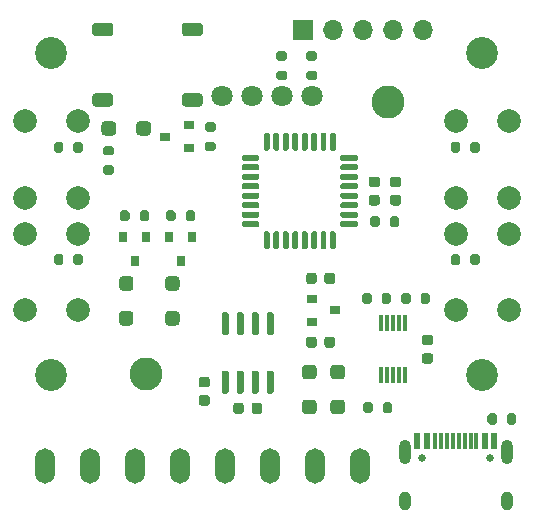
<source format=gbr>
%TF.GenerationSoftware,KiCad,Pcbnew,5.1.10*%
%TF.CreationDate,2021-05-04T11:05:08+02:00*%
%TF.ProjectId,Mainboard,4d61696e-626f-4617-9264-2e6b69636164,rev?*%
%TF.SameCoordinates,Original*%
%TF.FileFunction,Soldermask,Bot*%
%TF.FilePolarity,Negative*%
%FSLAX46Y46*%
G04 Gerber Fmt 4.6, Leading zero omitted, Abs format (unit mm)*
G04 Created by KiCad (PCBNEW 5.1.10) date 2021-05-04 11:05:08*
%MOMM*%
%LPD*%
G01*
G04 APERTURE LIST*
%ADD10R,0.300000X1.400000*%
%ADD11R,0.900000X0.800000*%
%ADD12C,2.000000*%
%ADD13R,0.800000X0.900000*%
%ADD14O,1.700000X3.000000*%
%ADD15O,1.700000X1.700000*%
%ADD16R,1.700000X1.700000*%
%ADD17R,0.600000X1.450000*%
%ADD18R,0.300000X1.450000*%
%ADD19O,1.000000X2.100000*%
%ADD20C,0.650000*%
%ADD21O,1.000000X1.600000*%
%ADD22C,2.800000*%
%ADD23C,1.800000*%
%ADD24C,2.700000*%
G04 APERTURE END LIST*
%TO.C,U4*%
G36*
G01*
X435000Y-5600000D02*
X135000Y-5600000D01*
G75*
G02*
X-15000Y-5450000I0J150000D01*
G01*
X-15000Y-3800000D01*
G75*
G02*
X135000Y-3650000I150000J0D01*
G01*
X435000Y-3650000D01*
G75*
G02*
X585000Y-3800000I0J-150000D01*
G01*
X585000Y-5450000D01*
G75*
G02*
X435000Y-5600000I-150000J0D01*
G01*
G37*
G36*
G01*
X-835000Y-5600000D02*
X-1135000Y-5600000D01*
G75*
G02*
X-1285000Y-5450000I0J150000D01*
G01*
X-1285000Y-3800000D01*
G75*
G02*
X-1135000Y-3650000I150000J0D01*
G01*
X-835000Y-3650000D01*
G75*
G02*
X-685000Y-3800000I0J-150000D01*
G01*
X-685000Y-5450000D01*
G75*
G02*
X-835000Y-5600000I-150000J0D01*
G01*
G37*
G36*
G01*
X-2105000Y-5600000D02*
X-2405000Y-5600000D01*
G75*
G02*
X-2555000Y-5450000I0J150000D01*
G01*
X-2555000Y-3800000D01*
G75*
G02*
X-2405000Y-3650000I150000J0D01*
G01*
X-2105000Y-3650000D01*
G75*
G02*
X-1955000Y-3800000I0J-150000D01*
G01*
X-1955000Y-5450000D01*
G75*
G02*
X-2105000Y-5600000I-150000J0D01*
G01*
G37*
G36*
G01*
X-3375000Y-5600000D02*
X-3675000Y-5600000D01*
G75*
G02*
X-3825000Y-5450000I0J150000D01*
G01*
X-3825000Y-3800000D01*
G75*
G02*
X-3675000Y-3650000I150000J0D01*
G01*
X-3375000Y-3650000D01*
G75*
G02*
X-3225000Y-3800000I0J-150000D01*
G01*
X-3225000Y-5450000D01*
G75*
G02*
X-3375000Y-5600000I-150000J0D01*
G01*
G37*
G36*
G01*
X-3375000Y-10550000D02*
X-3675000Y-10550000D01*
G75*
G02*
X-3825000Y-10400000I0J150000D01*
G01*
X-3825000Y-8750000D01*
G75*
G02*
X-3675000Y-8600000I150000J0D01*
G01*
X-3375000Y-8600000D01*
G75*
G02*
X-3225000Y-8750000I0J-150000D01*
G01*
X-3225000Y-10400000D01*
G75*
G02*
X-3375000Y-10550000I-150000J0D01*
G01*
G37*
G36*
G01*
X-2105000Y-10550000D02*
X-2405000Y-10550000D01*
G75*
G02*
X-2555000Y-10400000I0J150000D01*
G01*
X-2555000Y-8750000D01*
G75*
G02*
X-2405000Y-8600000I150000J0D01*
G01*
X-2105000Y-8600000D01*
G75*
G02*
X-1955000Y-8750000I0J-150000D01*
G01*
X-1955000Y-10400000D01*
G75*
G02*
X-2105000Y-10550000I-150000J0D01*
G01*
G37*
G36*
G01*
X-835000Y-10550000D02*
X-1135000Y-10550000D01*
G75*
G02*
X-1285000Y-10400000I0J150000D01*
G01*
X-1285000Y-8750000D01*
G75*
G02*
X-1135000Y-8600000I150000J0D01*
G01*
X-835000Y-8600000D01*
G75*
G02*
X-685000Y-8750000I0J-150000D01*
G01*
X-685000Y-10400000D01*
G75*
G02*
X-835000Y-10550000I-150000J0D01*
G01*
G37*
G36*
G01*
X435000Y-10550000D02*
X135000Y-10550000D01*
G75*
G02*
X-15000Y-10400000I0J150000D01*
G01*
X-15000Y-8750000D01*
G75*
G02*
X135000Y-8600000I150000J0D01*
G01*
X435000Y-8600000D01*
G75*
G02*
X585000Y-8750000I0J-150000D01*
G01*
X585000Y-10400000D01*
G75*
G02*
X435000Y-10550000I-150000J0D01*
G01*
G37*
%TD*%
%TO.C,U3*%
G36*
G01*
X5850000Y11400000D02*
X5850000Y10150000D01*
G75*
G02*
X5725000Y10025000I-125000J0D01*
G01*
X5475000Y10025000D01*
G75*
G02*
X5350000Y10150000I0J125000D01*
G01*
X5350000Y11400000D01*
G75*
G02*
X5475000Y11525000I125000J0D01*
G01*
X5725000Y11525000D01*
G75*
G02*
X5850000Y11400000I0J-125000D01*
G01*
G37*
G36*
G01*
X5050000Y11400000D02*
X5050000Y10150000D01*
G75*
G02*
X4925000Y10025000I-125000J0D01*
G01*
X4675000Y10025000D01*
G75*
G02*
X4550000Y10150000I0J125000D01*
G01*
X4550000Y11400000D01*
G75*
G02*
X4675000Y11525000I125000J0D01*
G01*
X4925000Y11525000D01*
G75*
G02*
X5050000Y11400000I0J-125000D01*
G01*
G37*
G36*
G01*
X4250000Y11400000D02*
X4250000Y10150000D01*
G75*
G02*
X4125000Y10025000I-125000J0D01*
G01*
X3875000Y10025000D01*
G75*
G02*
X3750000Y10150000I0J125000D01*
G01*
X3750000Y11400000D01*
G75*
G02*
X3875000Y11525000I125000J0D01*
G01*
X4125000Y11525000D01*
G75*
G02*
X4250000Y11400000I0J-125000D01*
G01*
G37*
G36*
G01*
X3450000Y11400000D02*
X3450000Y10150000D01*
G75*
G02*
X3325000Y10025000I-125000J0D01*
G01*
X3075000Y10025000D01*
G75*
G02*
X2950000Y10150000I0J125000D01*
G01*
X2950000Y11400000D01*
G75*
G02*
X3075000Y11525000I125000J0D01*
G01*
X3325000Y11525000D01*
G75*
G02*
X3450000Y11400000I0J-125000D01*
G01*
G37*
G36*
G01*
X2650000Y11400000D02*
X2650000Y10150000D01*
G75*
G02*
X2525000Y10025000I-125000J0D01*
G01*
X2275000Y10025000D01*
G75*
G02*
X2150000Y10150000I0J125000D01*
G01*
X2150000Y11400000D01*
G75*
G02*
X2275000Y11525000I125000J0D01*
G01*
X2525000Y11525000D01*
G75*
G02*
X2650000Y11400000I0J-125000D01*
G01*
G37*
G36*
G01*
X1850000Y11400000D02*
X1850000Y10150000D01*
G75*
G02*
X1725000Y10025000I-125000J0D01*
G01*
X1475000Y10025000D01*
G75*
G02*
X1350000Y10150000I0J125000D01*
G01*
X1350000Y11400000D01*
G75*
G02*
X1475000Y11525000I125000J0D01*
G01*
X1725000Y11525000D01*
G75*
G02*
X1850000Y11400000I0J-125000D01*
G01*
G37*
G36*
G01*
X1050000Y11400000D02*
X1050000Y10150000D01*
G75*
G02*
X925000Y10025000I-125000J0D01*
G01*
X675000Y10025000D01*
G75*
G02*
X550000Y10150000I0J125000D01*
G01*
X550000Y11400000D01*
G75*
G02*
X675000Y11525000I125000J0D01*
G01*
X925000Y11525000D01*
G75*
G02*
X1050000Y11400000I0J-125000D01*
G01*
G37*
G36*
G01*
X250000Y11400000D02*
X250000Y10150000D01*
G75*
G02*
X125000Y10025000I-125000J0D01*
G01*
X-125000Y10025000D01*
G75*
G02*
X-250000Y10150000I0J125000D01*
G01*
X-250000Y11400000D01*
G75*
G02*
X-125000Y11525000I125000J0D01*
G01*
X125000Y11525000D01*
G75*
G02*
X250000Y11400000I0J-125000D01*
G01*
G37*
G36*
G01*
X-625000Y9525000D02*
X-625000Y9275000D01*
G75*
G02*
X-750000Y9150000I-125000J0D01*
G01*
X-2000000Y9150000D01*
G75*
G02*
X-2125000Y9275000I0J125000D01*
G01*
X-2125000Y9525000D01*
G75*
G02*
X-2000000Y9650000I125000J0D01*
G01*
X-750000Y9650000D01*
G75*
G02*
X-625000Y9525000I0J-125000D01*
G01*
G37*
G36*
G01*
X-625000Y8725000D02*
X-625000Y8475000D01*
G75*
G02*
X-750000Y8350000I-125000J0D01*
G01*
X-2000000Y8350000D01*
G75*
G02*
X-2125000Y8475000I0J125000D01*
G01*
X-2125000Y8725000D01*
G75*
G02*
X-2000000Y8850000I125000J0D01*
G01*
X-750000Y8850000D01*
G75*
G02*
X-625000Y8725000I0J-125000D01*
G01*
G37*
G36*
G01*
X-625000Y7925000D02*
X-625000Y7675000D01*
G75*
G02*
X-750000Y7550000I-125000J0D01*
G01*
X-2000000Y7550000D01*
G75*
G02*
X-2125000Y7675000I0J125000D01*
G01*
X-2125000Y7925000D01*
G75*
G02*
X-2000000Y8050000I125000J0D01*
G01*
X-750000Y8050000D01*
G75*
G02*
X-625000Y7925000I0J-125000D01*
G01*
G37*
G36*
G01*
X-625000Y7125000D02*
X-625000Y6875000D01*
G75*
G02*
X-750000Y6750000I-125000J0D01*
G01*
X-2000000Y6750000D01*
G75*
G02*
X-2125000Y6875000I0J125000D01*
G01*
X-2125000Y7125000D01*
G75*
G02*
X-2000000Y7250000I125000J0D01*
G01*
X-750000Y7250000D01*
G75*
G02*
X-625000Y7125000I0J-125000D01*
G01*
G37*
G36*
G01*
X-625000Y6325000D02*
X-625000Y6075000D01*
G75*
G02*
X-750000Y5950000I-125000J0D01*
G01*
X-2000000Y5950000D01*
G75*
G02*
X-2125000Y6075000I0J125000D01*
G01*
X-2125000Y6325000D01*
G75*
G02*
X-2000000Y6450000I125000J0D01*
G01*
X-750000Y6450000D01*
G75*
G02*
X-625000Y6325000I0J-125000D01*
G01*
G37*
G36*
G01*
X-625000Y5525000D02*
X-625000Y5275000D01*
G75*
G02*
X-750000Y5150000I-125000J0D01*
G01*
X-2000000Y5150000D01*
G75*
G02*
X-2125000Y5275000I0J125000D01*
G01*
X-2125000Y5525000D01*
G75*
G02*
X-2000000Y5650000I125000J0D01*
G01*
X-750000Y5650000D01*
G75*
G02*
X-625000Y5525000I0J-125000D01*
G01*
G37*
G36*
G01*
X-625000Y4725000D02*
X-625000Y4475000D01*
G75*
G02*
X-750000Y4350000I-125000J0D01*
G01*
X-2000000Y4350000D01*
G75*
G02*
X-2125000Y4475000I0J125000D01*
G01*
X-2125000Y4725000D01*
G75*
G02*
X-2000000Y4850000I125000J0D01*
G01*
X-750000Y4850000D01*
G75*
G02*
X-625000Y4725000I0J-125000D01*
G01*
G37*
G36*
G01*
X-625000Y3925000D02*
X-625000Y3675000D01*
G75*
G02*
X-750000Y3550000I-125000J0D01*
G01*
X-2000000Y3550000D01*
G75*
G02*
X-2125000Y3675000I0J125000D01*
G01*
X-2125000Y3925000D01*
G75*
G02*
X-2000000Y4050000I125000J0D01*
G01*
X-750000Y4050000D01*
G75*
G02*
X-625000Y3925000I0J-125000D01*
G01*
G37*
G36*
G01*
X250000Y3050000D02*
X250000Y1800000D01*
G75*
G02*
X125000Y1675000I-125000J0D01*
G01*
X-125000Y1675000D01*
G75*
G02*
X-250000Y1800000I0J125000D01*
G01*
X-250000Y3050000D01*
G75*
G02*
X-125000Y3175000I125000J0D01*
G01*
X125000Y3175000D01*
G75*
G02*
X250000Y3050000I0J-125000D01*
G01*
G37*
G36*
G01*
X1050000Y3050000D02*
X1050000Y1800000D01*
G75*
G02*
X925000Y1675000I-125000J0D01*
G01*
X675000Y1675000D01*
G75*
G02*
X550000Y1800000I0J125000D01*
G01*
X550000Y3050000D01*
G75*
G02*
X675000Y3175000I125000J0D01*
G01*
X925000Y3175000D01*
G75*
G02*
X1050000Y3050000I0J-125000D01*
G01*
G37*
G36*
G01*
X1850000Y3050000D02*
X1850000Y1800000D01*
G75*
G02*
X1725000Y1675000I-125000J0D01*
G01*
X1475000Y1675000D01*
G75*
G02*
X1350000Y1800000I0J125000D01*
G01*
X1350000Y3050000D01*
G75*
G02*
X1475000Y3175000I125000J0D01*
G01*
X1725000Y3175000D01*
G75*
G02*
X1850000Y3050000I0J-125000D01*
G01*
G37*
G36*
G01*
X2650000Y3050000D02*
X2650000Y1800000D01*
G75*
G02*
X2525000Y1675000I-125000J0D01*
G01*
X2275000Y1675000D01*
G75*
G02*
X2150000Y1800000I0J125000D01*
G01*
X2150000Y3050000D01*
G75*
G02*
X2275000Y3175000I125000J0D01*
G01*
X2525000Y3175000D01*
G75*
G02*
X2650000Y3050000I0J-125000D01*
G01*
G37*
G36*
G01*
X3450000Y3050000D02*
X3450000Y1800000D01*
G75*
G02*
X3325000Y1675000I-125000J0D01*
G01*
X3075000Y1675000D01*
G75*
G02*
X2950000Y1800000I0J125000D01*
G01*
X2950000Y3050000D01*
G75*
G02*
X3075000Y3175000I125000J0D01*
G01*
X3325000Y3175000D01*
G75*
G02*
X3450000Y3050000I0J-125000D01*
G01*
G37*
G36*
G01*
X4250000Y3050000D02*
X4250000Y1800000D01*
G75*
G02*
X4125000Y1675000I-125000J0D01*
G01*
X3875000Y1675000D01*
G75*
G02*
X3750000Y1800000I0J125000D01*
G01*
X3750000Y3050000D01*
G75*
G02*
X3875000Y3175000I125000J0D01*
G01*
X4125000Y3175000D01*
G75*
G02*
X4250000Y3050000I0J-125000D01*
G01*
G37*
G36*
G01*
X5050000Y3050000D02*
X5050000Y1800000D01*
G75*
G02*
X4925000Y1675000I-125000J0D01*
G01*
X4675000Y1675000D01*
G75*
G02*
X4550000Y1800000I0J125000D01*
G01*
X4550000Y3050000D01*
G75*
G02*
X4675000Y3175000I125000J0D01*
G01*
X4925000Y3175000D01*
G75*
G02*
X5050000Y3050000I0J-125000D01*
G01*
G37*
G36*
G01*
X5850000Y3050000D02*
X5850000Y1800000D01*
G75*
G02*
X5725000Y1675000I-125000J0D01*
G01*
X5475000Y1675000D01*
G75*
G02*
X5350000Y1800000I0J125000D01*
G01*
X5350000Y3050000D01*
G75*
G02*
X5475000Y3175000I125000J0D01*
G01*
X5725000Y3175000D01*
G75*
G02*
X5850000Y3050000I0J-125000D01*
G01*
G37*
G36*
G01*
X7725000Y3925000D02*
X7725000Y3675000D01*
G75*
G02*
X7600000Y3550000I-125000J0D01*
G01*
X6350000Y3550000D01*
G75*
G02*
X6225000Y3675000I0J125000D01*
G01*
X6225000Y3925000D01*
G75*
G02*
X6350000Y4050000I125000J0D01*
G01*
X7600000Y4050000D01*
G75*
G02*
X7725000Y3925000I0J-125000D01*
G01*
G37*
G36*
G01*
X7725000Y4725000D02*
X7725000Y4475000D01*
G75*
G02*
X7600000Y4350000I-125000J0D01*
G01*
X6350000Y4350000D01*
G75*
G02*
X6225000Y4475000I0J125000D01*
G01*
X6225000Y4725000D01*
G75*
G02*
X6350000Y4850000I125000J0D01*
G01*
X7600000Y4850000D01*
G75*
G02*
X7725000Y4725000I0J-125000D01*
G01*
G37*
G36*
G01*
X7725000Y5525000D02*
X7725000Y5275000D01*
G75*
G02*
X7600000Y5150000I-125000J0D01*
G01*
X6350000Y5150000D01*
G75*
G02*
X6225000Y5275000I0J125000D01*
G01*
X6225000Y5525000D01*
G75*
G02*
X6350000Y5650000I125000J0D01*
G01*
X7600000Y5650000D01*
G75*
G02*
X7725000Y5525000I0J-125000D01*
G01*
G37*
G36*
G01*
X7725000Y6325000D02*
X7725000Y6075000D01*
G75*
G02*
X7600000Y5950000I-125000J0D01*
G01*
X6350000Y5950000D01*
G75*
G02*
X6225000Y6075000I0J125000D01*
G01*
X6225000Y6325000D01*
G75*
G02*
X6350000Y6450000I125000J0D01*
G01*
X7600000Y6450000D01*
G75*
G02*
X7725000Y6325000I0J-125000D01*
G01*
G37*
G36*
G01*
X7725000Y7125000D02*
X7725000Y6875000D01*
G75*
G02*
X7600000Y6750000I-125000J0D01*
G01*
X6350000Y6750000D01*
G75*
G02*
X6225000Y6875000I0J125000D01*
G01*
X6225000Y7125000D01*
G75*
G02*
X6350000Y7250000I125000J0D01*
G01*
X7600000Y7250000D01*
G75*
G02*
X7725000Y7125000I0J-125000D01*
G01*
G37*
G36*
G01*
X7725000Y7925000D02*
X7725000Y7675000D01*
G75*
G02*
X7600000Y7550000I-125000J0D01*
G01*
X6350000Y7550000D01*
G75*
G02*
X6225000Y7675000I0J125000D01*
G01*
X6225000Y7925000D01*
G75*
G02*
X6350000Y8050000I125000J0D01*
G01*
X7600000Y8050000D01*
G75*
G02*
X7725000Y7925000I0J-125000D01*
G01*
G37*
G36*
G01*
X7725000Y8725000D02*
X7725000Y8475000D01*
G75*
G02*
X7600000Y8350000I-125000J0D01*
G01*
X6350000Y8350000D01*
G75*
G02*
X6225000Y8475000I0J125000D01*
G01*
X6225000Y8725000D01*
G75*
G02*
X6350000Y8850000I125000J0D01*
G01*
X7600000Y8850000D01*
G75*
G02*
X7725000Y8725000I0J-125000D01*
G01*
G37*
G36*
G01*
X7725000Y9525000D02*
X7725000Y9275000D01*
G75*
G02*
X7600000Y9150000I-125000J0D01*
G01*
X6350000Y9150000D01*
G75*
G02*
X6225000Y9275000I0J125000D01*
G01*
X6225000Y9525000D01*
G75*
G02*
X6350000Y9650000I125000J0D01*
G01*
X7600000Y9650000D01*
G75*
G02*
X7725000Y9525000I0J-125000D01*
G01*
G37*
%TD*%
D10*
%TO.C,U2*%
X11700000Y-4600000D03*
X11200000Y-4600000D03*
X10700000Y-4600000D03*
X10200000Y-4600000D03*
X9700000Y-4600000D03*
X9700000Y-9000000D03*
X10200000Y-9000000D03*
X10700000Y-9000000D03*
X11200000Y-9000000D03*
X11700000Y-9000000D03*
%TD*%
D11*
%TO.C,U1*%
X5800000Y-3500000D03*
X3800000Y-2550000D03*
X3800000Y-4450000D03*
%TD*%
D12*
%TO.C,SW4*%
X20500000Y-3500000D03*
X16000000Y-3500000D03*
X20500000Y3000000D03*
X16000000Y3000000D03*
%TD*%
%TO.C,SW3*%
X16000000Y12500000D03*
X20500000Y12500000D03*
X16000000Y6000000D03*
X20500000Y6000000D03*
%TD*%
%TO.C,SW2*%
X-16000000Y-3500000D03*
X-20500000Y-3500000D03*
X-16000000Y3000000D03*
X-20500000Y3000000D03*
%TD*%
%TO.C,SW1*%
X-20500000Y12500000D03*
X-16000000Y12500000D03*
X-20500000Y6000000D03*
X-16000000Y6000000D03*
%TD*%
%TO.C,R15*%
G36*
G01*
X-13125000Y9625000D02*
X-13675000Y9625000D01*
G75*
G02*
X-13875000Y9825000I0J200000D01*
G01*
X-13875000Y10225000D01*
G75*
G02*
X-13675000Y10425000I200000J0D01*
G01*
X-13125000Y10425000D01*
G75*
G02*
X-12925000Y10225000I0J-200000D01*
G01*
X-12925000Y9825000D01*
G75*
G02*
X-13125000Y9625000I-200000J0D01*
G01*
G37*
G36*
G01*
X-13125000Y7975000D02*
X-13675000Y7975000D01*
G75*
G02*
X-13875000Y8175000I0J200000D01*
G01*
X-13875000Y8575000D01*
G75*
G02*
X-13675000Y8775000I200000J0D01*
G01*
X-13125000Y8775000D01*
G75*
G02*
X-12925000Y8575000I0J-200000D01*
G01*
X-12925000Y8175000D01*
G75*
G02*
X-13125000Y7975000I-200000J0D01*
G01*
G37*
%TD*%
%TO.C,R14*%
G36*
G01*
X-5075000Y10775000D02*
X-4525000Y10775000D01*
G75*
G02*
X-4325000Y10575000I0J-200000D01*
G01*
X-4325000Y10175000D01*
G75*
G02*
X-4525000Y9975000I-200000J0D01*
G01*
X-5075000Y9975000D01*
G75*
G02*
X-5275000Y10175000I0J200000D01*
G01*
X-5275000Y10575000D01*
G75*
G02*
X-5075000Y10775000I200000J0D01*
G01*
G37*
G36*
G01*
X-5075000Y12425000D02*
X-4525000Y12425000D01*
G75*
G02*
X-4325000Y12225000I0J-200000D01*
G01*
X-4325000Y11825000D01*
G75*
G02*
X-4525000Y11625000I-200000J0D01*
G01*
X-5075000Y11625000D01*
G75*
G02*
X-5275000Y11825000I0J200000D01*
G01*
X-5275000Y12225000D01*
G75*
G02*
X-5075000Y12425000I200000J0D01*
G01*
G37*
%TD*%
%TO.C,R13*%
G36*
G01*
X-10775000Y4225000D02*
X-10775000Y4775000D01*
G75*
G02*
X-10575000Y4975000I200000J0D01*
G01*
X-10175000Y4975000D01*
G75*
G02*
X-9975000Y4775000I0J-200000D01*
G01*
X-9975000Y4225000D01*
G75*
G02*
X-10175000Y4025000I-200000J0D01*
G01*
X-10575000Y4025000D01*
G75*
G02*
X-10775000Y4225000I0J200000D01*
G01*
G37*
G36*
G01*
X-12425000Y4225000D02*
X-12425000Y4775000D01*
G75*
G02*
X-12225000Y4975000I200000J0D01*
G01*
X-11825000Y4975000D01*
G75*
G02*
X-11625000Y4775000I0J-200000D01*
G01*
X-11625000Y4225000D01*
G75*
G02*
X-11825000Y4025000I-200000J0D01*
G01*
X-12225000Y4025000D01*
G75*
G02*
X-12425000Y4225000I0J200000D01*
G01*
G37*
%TD*%
%TO.C,R12*%
G36*
G01*
X-6875000Y4225000D02*
X-6875000Y4775000D01*
G75*
G02*
X-6675000Y4975000I200000J0D01*
G01*
X-6275000Y4975000D01*
G75*
G02*
X-6075000Y4775000I0J-200000D01*
G01*
X-6075000Y4225000D01*
G75*
G02*
X-6275000Y4025000I-200000J0D01*
G01*
X-6675000Y4025000D01*
G75*
G02*
X-6875000Y4225000I0J200000D01*
G01*
G37*
G36*
G01*
X-8525000Y4225000D02*
X-8525000Y4775000D01*
G75*
G02*
X-8325000Y4975000I200000J0D01*
G01*
X-7925000Y4975000D01*
G75*
G02*
X-7725000Y4775000I0J-200000D01*
G01*
X-7725000Y4225000D01*
G75*
G02*
X-7925000Y4025000I-200000J0D01*
G01*
X-8325000Y4025000D01*
G75*
G02*
X-8525000Y4225000I0J200000D01*
G01*
G37*
%TD*%
%TO.C,R11*%
G36*
G01*
X9725000Y-2775000D02*
X9725000Y-2225000D01*
G75*
G02*
X9925000Y-2025000I200000J0D01*
G01*
X10325000Y-2025000D01*
G75*
G02*
X10525000Y-2225000I0J-200000D01*
G01*
X10525000Y-2775000D01*
G75*
G02*
X10325000Y-2975000I-200000J0D01*
G01*
X9925000Y-2975000D01*
G75*
G02*
X9725000Y-2775000I0J200000D01*
G01*
G37*
G36*
G01*
X8075000Y-2775000D02*
X8075000Y-2225000D01*
G75*
G02*
X8275000Y-2025000I200000J0D01*
G01*
X8675000Y-2025000D01*
G75*
G02*
X8875000Y-2225000I0J-200000D01*
G01*
X8875000Y-2775000D01*
G75*
G02*
X8675000Y-2975000I-200000J0D01*
G01*
X8275000Y-2975000D01*
G75*
G02*
X8075000Y-2775000I0J200000D01*
G01*
G37*
%TD*%
%TO.C,R10*%
G36*
G01*
X12175000Y-2225000D02*
X12175000Y-2775000D01*
G75*
G02*
X11975000Y-2975000I-200000J0D01*
G01*
X11575000Y-2975000D01*
G75*
G02*
X11375000Y-2775000I0J200000D01*
G01*
X11375000Y-2225000D01*
G75*
G02*
X11575000Y-2025000I200000J0D01*
G01*
X11975000Y-2025000D01*
G75*
G02*
X12175000Y-2225000I0J-200000D01*
G01*
G37*
G36*
G01*
X13825000Y-2225000D02*
X13825000Y-2775000D01*
G75*
G02*
X13625000Y-2975000I-200000J0D01*
G01*
X13225000Y-2975000D01*
G75*
G02*
X13025000Y-2775000I0J200000D01*
G01*
X13025000Y-2225000D01*
G75*
G02*
X13225000Y-2025000I200000J0D01*
G01*
X13625000Y-2025000D01*
G75*
G02*
X13825000Y-2225000I0J-200000D01*
G01*
G37*
%TD*%
%TO.C,R9*%
G36*
G01*
X10425000Y3725000D02*
X10425000Y4275000D01*
G75*
G02*
X10625000Y4475000I200000J0D01*
G01*
X11025000Y4475000D01*
G75*
G02*
X11225000Y4275000I0J-200000D01*
G01*
X11225000Y3725000D01*
G75*
G02*
X11025000Y3525000I-200000J0D01*
G01*
X10625000Y3525000D01*
G75*
G02*
X10425000Y3725000I0J200000D01*
G01*
G37*
G36*
G01*
X8775000Y3725000D02*
X8775000Y4275000D01*
G75*
G02*
X8975000Y4475000I200000J0D01*
G01*
X9375000Y4475000D01*
G75*
G02*
X9575000Y4275000I0J-200000D01*
G01*
X9575000Y3725000D01*
G75*
G02*
X9375000Y3525000I-200000J0D01*
G01*
X8975000Y3525000D01*
G75*
G02*
X8775000Y3725000I0J200000D01*
G01*
G37*
%TD*%
%TO.C,R8*%
G36*
G01*
X17225000Y525000D02*
X17225000Y1075000D01*
G75*
G02*
X17425000Y1275000I200000J0D01*
G01*
X17825000Y1275000D01*
G75*
G02*
X18025000Y1075000I0J-200000D01*
G01*
X18025000Y525000D01*
G75*
G02*
X17825000Y325000I-200000J0D01*
G01*
X17425000Y325000D01*
G75*
G02*
X17225000Y525000I0J200000D01*
G01*
G37*
G36*
G01*
X15575000Y525000D02*
X15575000Y1075000D01*
G75*
G02*
X15775000Y1275000I200000J0D01*
G01*
X16175000Y1275000D01*
G75*
G02*
X16375000Y1075000I0J-200000D01*
G01*
X16375000Y525000D01*
G75*
G02*
X16175000Y325000I-200000J0D01*
G01*
X15775000Y325000D01*
G75*
G02*
X15575000Y525000I0J200000D01*
G01*
G37*
%TD*%
%TO.C,R7*%
G36*
G01*
X20325000Y-12975000D02*
X20325000Y-12425000D01*
G75*
G02*
X20525000Y-12225000I200000J0D01*
G01*
X20925000Y-12225000D01*
G75*
G02*
X21125000Y-12425000I0J-200000D01*
G01*
X21125000Y-12975000D01*
G75*
G02*
X20925000Y-13175000I-200000J0D01*
G01*
X20525000Y-13175000D01*
G75*
G02*
X20325000Y-12975000I0J200000D01*
G01*
G37*
G36*
G01*
X18675000Y-12975000D02*
X18675000Y-12425000D01*
G75*
G02*
X18875000Y-12225000I200000J0D01*
G01*
X19275000Y-12225000D01*
G75*
G02*
X19475000Y-12425000I0J-200000D01*
G01*
X19475000Y-12975000D01*
G75*
G02*
X19275000Y-13175000I-200000J0D01*
G01*
X18875000Y-13175000D01*
G75*
G02*
X18675000Y-12975000I0J200000D01*
G01*
G37*
%TD*%
%TO.C,R6*%
G36*
G01*
X3525000Y16775000D02*
X4075000Y16775000D01*
G75*
G02*
X4275000Y16575000I0J-200000D01*
G01*
X4275000Y16175000D01*
G75*
G02*
X4075000Y15975000I-200000J0D01*
G01*
X3525000Y15975000D01*
G75*
G02*
X3325000Y16175000I0J200000D01*
G01*
X3325000Y16575000D01*
G75*
G02*
X3525000Y16775000I200000J0D01*
G01*
G37*
G36*
G01*
X3525000Y18425000D02*
X4075000Y18425000D01*
G75*
G02*
X4275000Y18225000I0J-200000D01*
G01*
X4275000Y17825000D01*
G75*
G02*
X4075000Y17625000I-200000J0D01*
G01*
X3525000Y17625000D01*
G75*
G02*
X3325000Y17825000I0J200000D01*
G01*
X3325000Y18225000D01*
G75*
G02*
X3525000Y18425000I200000J0D01*
G01*
G37*
%TD*%
%TO.C,R5*%
G36*
G01*
X8975000Y-11475000D02*
X8975000Y-12025000D01*
G75*
G02*
X8775000Y-12225000I-200000J0D01*
G01*
X8375000Y-12225000D01*
G75*
G02*
X8175000Y-12025000I0J200000D01*
G01*
X8175000Y-11475000D01*
G75*
G02*
X8375000Y-11275000I200000J0D01*
G01*
X8775000Y-11275000D01*
G75*
G02*
X8975000Y-11475000I0J-200000D01*
G01*
G37*
G36*
G01*
X10625000Y-11475000D02*
X10625000Y-12025000D01*
G75*
G02*
X10425000Y-12225000I-200000J0D01*
G01*
X10025000Y-12225000D01*
G75*
G02*
X9825000Y-12025000I0J200000D01*
G01*
X9825000Y-11475000D01*
G75*
G02*
X10025000Y-11275000I200000J0D01*
G01*
X10425000Y-11275000D01*
G75*
G02*
X10625000Y-11475000I0J-200000D01*
G01*
G37*
%TD*%
%TO.C,R4*%
G36*
G01*
X17225000Y10025000D02*
X17225000Y10575000D01*
G75*
G02*
X17425000Y10775000I200000J0D01*
G01*
X17825000Y10775000D01*
G75*
G02*
X18025000Y10575000I0J-200000D01*
G01*
X18025000Y10025000D01*
G75*
G02*
X17825000Y9825000I-200000J0D01*
G01*
X17425000Y9825000D01*
G75*
G02*
X17225000Y10025000I0J200000D01*
G01*
G37*
G36*
G01*
X15575000Y10025000D02*
X15575000Y10575000D01*
G75*
G02*
X15775000Y10775000I200000J0D01*
G01*
X16175000Y10775000D01*
G75*
G02*
X16375000Y10575000I0J-200000D01*
G01*
X16375000Y10025000D01*
G75*
G02*
X16175000Y9825000I-200000J0D01*
G01*
X15775000Y9825000D01*
G75*
G02*
X15575000Y10025000I0J200000D01*
G01*
G37*
%TD*%
%TO.C,R3*%
G36*
G01*
X985000Y16775000D02*
X1535000Y16775000D01*
G75*
G02*
X1735000Y16575000I0J-200000D01*
G01*
X1735000Y16175000D01*
G75*
G02*
X1535000Y15975000I-200000J0D01*
G01*
X985000Y15975000D01*
G75*
G02*
X785000Y16175000I0J200000D01*
G01*
X785000Y16575000D01*
G75*
G02*
X985000Y16775000I200000J0D01*
G01*
G37*
G36*
G01*
X985000Y18425000D02*
X1535000Y18425000D01*
G75*
G02*
X1735000Y18225000I0J-200000D01*
G01*
X1735000Y17825000D01*
G75*
G02*
X1535000Y17625000I-200000J0D01*
G01*
X985000Y17625000D01*
G75*
G02*
X785000Y17825000I0J200000D01*
G01*
X785000Y18225000D01*
G75*
G02*
X985000Y18425000I200000J0D01*
G01*
G37*
%TD*%
%TO.C,R2*%
G36*
G01*
X-17225000Y1075000D02*
X-17225000Y525000D01*
G75*
G02*
X-17425000Y325000I-200000J0D01*
G01*
X-17825000Y325000D01*
G75*
G02*
X-18025000Y525000I0J200000D01*
G01*
X-18025000Y1075000D01*
G75*
G02*
X-17825000Y1275000I200000J0D01*
G01*
X-17425000Y1275000D01*
G75*
G02*
X-17225000Y1075000I0J-200000D01*
G01*
G37*
G36*
G01*
X-15575000Y1075000D02*
X-15575000Y525000D01*
G75*
G02*
X-15775000Y325000I-200000J0D01*
G01*
X-16175000Y325000D01*
G75*
G02*
X-16375000Y525000I0J200000D01*
G01*
X-16375000Y1075000D01*
G75*
G02*
X-16175000Y1275000I200000J0D01*
G01*
X-15775000Y1275000D01*
G75*
G02*
X-15575000Y1075000I0J-200000D01*
G01*
G37*
%TD*%
%TO.C,R1*%
G36*
G01*
X-17225000Y10575000D02*
X-17225000Y10025000D01*
G75*
G02*
X-17425000Y9825000I-200000J0D01*
G01*
X-17825000Y9825000D01*
G75*
G02*
X-18025000Y10025000I0J200000D01*
G01*
X-18025000Y10575000D01*
G75*
G02*
X-17825000Y10775000I200000J0D01*
G01*
X-17425000Y10775000D01*
G75*
G02*
X-17225000Y10575000I0J-200000D01*
G01*
G37*
G36*
G01*
X-15575000Y10575000D02*
X-15575000Y10025000D01*
G75*
G02*
X-15775000Y9825000I-200000J0D01*
G01*
X-16175000Y9825000D01*
G75*
G02*
X-16375000Y10025000I0J200000D01*
G01*
X-16375000Y10575000D01*
G75*
G02*
X-16175000Y10775000I200000J0D01*
G01*
X-15775000Y10775000D01*
G75*
G02*
X-15575000Y10575000I0J-200000D01*
G01*
G37*
%TD*%
D11*
%TO.C,Q3*%
X-8600000Y11200000D03*
X-6600000Y10250000D03*
X-6600000Y12150000D03*
%TD*%
D13*
%TO.C,Q2*%
X-11200000Y700000D03*
X-10250000Y2700000D03*
X-12150000Y2700000D03*
%TD*%
%TO.C,Q1*%
X-7300000Y700000D03*
X-6350000Y2700000D03*
X-8250000Y2700000D03*
%TD*%
D14*
%TO.C,J6*%
X-18765000Y-16700000D03*
X-14955000Y-16700000D03*
%TD*%
%TO.C,J5*%
X-11145000Y-16700000D03*
X-7335000Y-16700000D03*
%TD*%
%TO.C,J4*%
X-3525000Y-16700000D03*
X285000Y-16700000D03*
%TD*%
D15*
%TO.C,J3*%
X13260000Y20200000D03*
X10720000Y20200000D03*
X8180000Y20200000D03*
X5640000Y20200000D03*
D16*
X3100000Y20200000D03*
%TD*%
D17*
%TO.C,J2*%
X12750000Y-14555000D03*
X13550000Y-14555000D03*
X18450000Y-14555000D03*
X19250000Y-14555000D03*
X19250000Y-14555000D03*
X18450000Y-14555000D03*
X13550000Y-14555000D03*
X12750000Y-14555000D03*
D18*
X17750000Y-14555000D03*
X17250000Y-14555000D03*
X16750000Y-14555000D03*
X15750000Y-14555000D03*
X15250000Y-14555000D03*
X14750000Y-14555000D03*
X14250000Y-14555000D03*
X16250000Y-14555000D03*
D19*
X11680000Y-15470000D03*
X20320000Y-15470000D03*
D20*
X18890000Y-16000000D03*
D21*
X20320000Y-19650000D03*
D20*
X13110000Y-16000000D03*
D21*
X11680000Y-19650000D03*
%TD*%
D14*
%TO.C,J1*%
X4095000Y-16700000D03*
X7905000Y-16700000D03*
%TD*%
D22*
%TO.C,DS1*%
X-10250000Y-8880000D03*
X10250000Y14120000D03*
D23*
X-3810000Y14620000D03*
X-1270000Y14620000D03*
X1270000Y14620000D03*
X3810000Y14620000D03*
%TD*%
%TO.C,D5*%
G36*
G01*
X-14000000Y11595000D02*
X-14000000Y12205000D01*
G75*
G02*
X-13695000Y12510000I305000J0D01*
G01*
X-13055000Y12510000D01*
G75*
G02*
X-12750000Y12205000I0J-305000D01*
G01*
X-12750000Y11595000D01*
G75*
G02*
X-13055000Y11290000I-305000J0D01*
G01*
X-13695000Y11290000D01*
G75*
G02*
X-14000000Y11595000I0J305000D01*
G01*
G37*
G36*
G01*
X-11050000Y11595000D02*
X-11050000Y12205000D01*
G75*
G02*
X-10745000Y12510000I305000J0D01*
G01*
X-10105000Y12510000D01*
G75*
G02*
X-9800000Y12205000I0J-305000D01*
G01*
X-9800000Y11595000D01*
G75*
G02*
X-10105000Y11290000I-305000J0D01*
G01*
X-10745000Y11290000D01*
G75*
G02*
X-11050000Y11595000I0J305000D01*
G01*
G37*
%TD*%
%TO.C,D4*%
G36*
G01*
X-11595000Y-4800000D02*
X-12205000Y-4800000D01*
G75*
G02*
X-12510000Y-4495000I0J305000D01*
G01*
X-12510000Y-3855000D01*
G75*
G02*
X-12205000Y-3550000I305000J0D01*
G01*
X-11595000Y-3550000D01*
G75*
G02*
X-11290000Y-3855000I0J-305000D01*
G01*
X-11290000Y-4495000D01*
G75*
G02*
X-11595000Y-4800000I-305000J0D01*
G01*
G37*
G36*
G01*
X-11595000Y-1850000D02*
X-12205000Y-1850000D01*
G75*
G02*
X-12510000Y-1545000I0J305000D01*
G01*
X-12510000Y-905000D01*
G75*
G02*
X-12205000Y-600000I305000J0D01*
G01*
X-11595000Y-600000D01*
G75*
G02*
X-11290000Y-905000I0J-305000D01*
G01*
X-11290000Y-1545000D01*
G75*
G02*
X-11595000Y-1850000I-305000J0D01*
G01*
G37*
%TD*%
%TO.C,D3*%
G36*
G01*
X-7695000Y-4800000D02*
X-8305000Y-4800000D01*
G75*
G02*
X-8610000Y-4495000I0J305000D01*
G01*
X-8610000Y-3855000D01*
G75*
G02*
X-8305000Y-3550000I305000J0D01*
G01*
X-7695000Y-3550000D01*
G75*
G02*
X-7390000Y-3855000I0J-305000D01*
G01*
X-7390000Y-4495000D01*
G75*
G02*
X-7695000Y-4800000I-305000J0D01*
G01*
G37*
G36*
G01*
X-7695000Y-1850000D02*
X-8305000Y-1850000D01*
G75*
G02*
X-8610000Y-1545000I0J305000D01*
G01*
X-8610000Y-905000D01*
G75*
G02*
X-8305000Y-600000I305000J0D01*
G01*
X-7695000Y-600000D01*
G75*
G02*
X-7390000Y-905000I0J-305000D01*
G01*
X-7390000Y-1545000D01*
G75*
G02*
X-7695000Y-1850000I-305000J0D01*
G01*
G37*
%TD*%
%TO.C,D2*%
G36*
G01*
X3295000Y-8100000D02*
X3905000Y-8100000D01*
G75*
G02*
X4210000Y-8405000I0J-305000D01*
G01*
X4210000Y-9045000D01*
G75*
G02*
X3905000Y-9350000I-305000J0D01*
G01*
X3295000Y-9350000D01*
G75*
G02*
X2990000Y-9045000I0J305000D01*
G01*
X2990000Y-8405000D01*
G75*
G02*
X3295000Y-8100000I305000J0D01*
G01*
G37*
G36*
G01*
X3295000Y-11050000D02*
X3905000Y-11050000D01*
G75*
G02*
X4210000Y-11355000I0J-305000D01*
G01*
X4210000Y-11995000D01*
G75*
G02*
X3905000Y-12300000I-305000J0D01*
G01*
X3295000Y-12300000D01*
G75*
G02*
X2990000Y-11995000I0J305000D01*
G01*
X2990000Y-11355000D01*
G75*
G02*
X3295000Y-11050000I305000J0D01*
G01*
G37*
%TD*%
%TO.C,D1*%
G36*
G01*
X5695000Y-8100000D02*
X6305000Y-8100000D01*
G75*
G02*
X6610000Y-8405000I0J-305000D01*
G01*
X6610000Y-9045000D01*
G75*
G02*
X6305000Y-9350000I-305000J0D01*
G01*
X5695000Y-9350000D01*
G75*
G02*
X5390000Y-9045000I0J305000D01*
G01*
X5390000Y-8405000D01*
G75*
G02*
X5695000Y-8100000I305000J0D01*
G01*
G37*
G36*
G01*
X5695000Y-11050000D02*
X6305000Y-11050000D01*
G75*
G02*
X6610000Y-11355000I0J-305000D01*
G01*
X6610000Y-11995000D01*
G75*
G02*
X6305000Y-12300000I-305000J0D01*
G01*
X5695000Y-12300000D01*
G75*
G02*
X5390000Y-11995000I0J305000D01*
G01*
X5390000Y-11355000D01*
G75*
G02*
X5695000Y-11050000I305000J0D01*
G01*
G37*
%TD*%
%TO.C,C7*%
G36*
G01*
X-5550000Y-10675000D02*
X-5050000Y-10675000D01*
G75*
G02*
X-4825000Y-10900000I0J-225000D01*
G01*
X-4825000Y-11350000D01*
G75*
G02*
X-5050000Y-11575000I-225000J0D01*
G01*
X-5550000Y-11575000D01*
G75*
G02*
X-5775000Y-11350000I0J225000D01*
G01*
X-5775000Y-10900000D01*
G75*
G02*
X-5550000Y-10675000I225000J0D01*
G01*
G37*
G36*
G01*
X-5550000Y-9125000D02*
X-5050000Y-9125000D01*
G75*
G02*
X-4825000Y-9350000I0J-225000D01*
G01*
X-4825000Y-9800000D01*
G75*
G02*
X-5050000Y-10025000I-225000J0D01*
G01*
X-5550000Y-10025000D01*
G75*
G02*
X-5775000Y-9800000I0J225000D01*
G01*
X-5775000Y-9350000D01*
G75*
G02*
X-5550000Y-9125000I225000J0D01*
G01*
G37*
%TD*%
%TO.C,C6*%
G36*
G01*
X13350000Y-7125000D02*
X13850000Y-7125000D01*
G75*
G02*
X14075000Y-7350000I0J-225000D01*
G01*
X14075000Y-7800000D01*
G75*
G02*
X13850000Y-8025000I-225000J0D01*
G01*
X13350000Y-8025000D01*
G75*
G02*
X13125000Y-7800000I0J225000D01*
G01*
X13125000Y-7350000D01*
G75*
G02*
X13350000Y-7125000I225000J0D01*
G01*
G37*
G36*
G01*
X13350000Y-5575000D02*
X13850000Y-5575000D01*
G75*
G02*
X14075000Y-5800000I0J-225000D01*
G01*
X14075000Y-6250000D01*
G75*
G02*
X13850000Y-6475000I-225000J0D01*
G01*
X13350000Y-6475000D01*
G75*
G02*
X13125000Y-6250000I0J225000D01*
G01*
X13125000Y-5800000D01*
G75*
G02*
X13350000Y-5575000I225000J0D01*
G01*
G37*
%TD*%
%TO.C,C5*%
G36*
G01*
X-1295000Y-12050000D02*
X-1295000Y-11550000D01*
G75*
G02*
X-1070000Y-11325000I225000J0D01*
G01*
X-620000Y-11325000D01*
G75*
G02*
X-395000Y-11550000I0J-225000D01*
G01*
X-395000Y-12050000D01*
G75*
G02*
X-620000Y-12275000I-225000J0D01*
G01*
X-1070000Y-12275000D01*
G75*
G02*
X-1295000Y-12050000I0J225000D01*
G01*
G37*
G36*
G01*
X-2845000Y-12050000D02*
X-2845000Y-11550000D01*
G75*
G02*
X-2620000Y-11325000I225000J0D01*
G01*
X-2170000Y-11325000D01*
G75*
G02*
X-1945000Y-11550000I0J-225000D01*
G01*
X-1945000Y-12050000D01*
G75*
G02*
X-2170000Y-12275000I-225000J0D01*
G01*
X-2620000Y-12275000D01*
G75*
G02*
X-2845000Y-12050000I0J225000D01*
G01*
G37*
%TD*%
%TO.C,C4*%
G36*
G01*
X8850000Y6275000D02*
X9350000Y6275000D01*
G75*
G02*
X9575000Y6050000I0J-225000D01*
G01*
X9575000Y5600000D01*
G75*
G02*
X9350000Y5375000I-225000J0D01*
G01*
X8850000Y5375000D01*
G75*
G02*
X8625000Y5600000I0J225000D01*
G01*
X8625000Y6050000D01*
G75*
G02*
X8850000Y6275000I225000J0D01*
G01*
G37*
G36*
G01*
X8850000Y7825000D02*
X9350000Y7825000D01*
G75*
G02*
X9575000Y7600000I0J-225000D01*
G01*
X9575000Y7150000D01*
G75*
G02*
X9350000Y6925000I-225000J0D01*
G01*
X8850000Y6925000D01*
G75*
G02*
X8625000Y7150000I0J225000D01*
G01*
X8625000Y7600000D01*
G75*
G02*
X8850000Y7825000I225000J0D01*
G01*
G37*
%TD*%
%TO.C,C3*%
G36*
G01*
X10650000Y6275000D02*
X11150000Y6275000D01*
G75*
G02*
X11375000Y6050000I0J-225000D01*
G01*
X11375000Y5600000D01*
G75*
G02*
X11150000Y5375000I-225000J0D01*
G01*
X10650000Y5375000D01*
G75*
G02*
X10425000Y5600000I0J225000D01*
G01*
X10425000Y6050000D01*
G75*
G02*
X10650000Y6275000I225000J0D01*
G01*
G37*
G36*
G01*
X10650000Y7825000D02*
X11150000Y7825000D01*
G75*
G02*
X11375000Y7600000I0J-225000D01*
G01*
X11375000Y7150000D01*
G75*
G02*
X11150000Y6925000I-225000J0D01*
G01*
X10650000Y6925000D01*
G75*
G02*
X10425000Y7150000I0J225000D01*
G01*
X10425000Y7600000D01*
G75*
G02*
X10650000Y7825000I225000J0D01*
G01*
G37*
%TD*%
%TO.C,C2*%
G36*
G01*
X4875000Y-1050000D02*
X4875000Y-550000D01*
G75*
G02*
X5100000Y-325000I225000J0D01*
G01*
X5550000Y-325000D01*
G75*
G02*
X5775000Y-550000I0J-225000D01*
G01*
X5775000Y-1050000D01*
G75*
G02*
X5550000Y-1275000I-225000J0D01*
G01*
X5100000Y-1275000D01*
G75*
G02*
X4875000Y-1050000I0J225000D01*
G01*
G37*
G36*
G01*
X3325000Y-1050000D02*
X3325000Y-550000D01*
G75*
G02*
X3550000Y-325000I225000J0D01*
G01*
X4000000Y-325000D01*
G75*
G02*
X4225000Y-550000I0J-225000D01*
G01*
X4225000Y-1050000D01*
G75*
G02*
X4000000Y-1275000I-225000J0D01*
G01*
X3550000Y-1275000D01*
G75*
G02*
X3325000Y-1050000I0J225000D01*
G01*
G37*
%TD*%
%TO.C,C1*%
G36*
G01*
X4875000Y-6450000D02*
X4875000Y-5950000D01*
G75*
G02*
X5100000Y-5725000I225000J0D01*
G01*
X5550000Y-5725000D01*
G75*
G02*
X5775000Y-5950000I0J-225000D01*
G01*
X5775000Y-6450000D01*
G75*
G02*
X5550000Y-6675000I-225000J0D01*
G01*
X5100000Y-6675000D01*
G75*
G02*
X4875000Y-6450000I0J225000D01*
G01*
G37*
G36*
G01*
X3325000Y-6450000D02*
X3325000Y-5950000D01*
G75*
G02*
X3550000Y-5725000I225000J0D01*
G01*
X4000000Y-5725000D01*
G75*
G02*
X4225000Y-5950000I0J-225000D01*
G01*
X4225000Y-6450000D01*
G75*
G02*
X4000000Y-6675000I-225000J0D01*
G01*
X3550000Y-6675000D01*
G75*
G02*
X3325000Y-6450000I0J225000D01*
G01*
G37*
%TD*%
%TO.C,BZ1*%
G36*
G01*
X-7195000Y14032500D02*
X-7195000Y14607500D01*
G75*
G02*
X-6907500Y14895000I287500J0D01*
G01*
X-5702500Y14895000D01*
G75*
G02*
X-5415000Y14607500I0J-287500D01*
G01*
X-5415000Y14032500D01*
G75*
G02*
X-5702500Y13745000I-287500J0D01*
G01*
X-6907500Y13745000D01*
G75*
G02*
X-7195000Y14032500I0J287500D01*
G01*
G37*
G36*
G01*
X-7195000Y19992500D02*
X-7195000Y20567500D01*
G75*
G02*
X-6907500Y20855000I287500J0D01*
G01*
X-5702500Y20855000D01*
G75*
G02*
X-5415000Y20567500I0J-287500D01*
G01*
X-5415000Y19992500D01*
G75*
G02*
X-5702500Y19705000I-287500J0D01*
G01*
X-6907500Y19705000D01*
G75*
G02*
X-7195000Y19992500I0J287500D01*
G01*
G37*
G36*
G01*
X-14785000Y19992500D02*
X-14785000Y20567500D01*
G75*
G02*
X-14497500Y20855000I287500J0D01*
G01*
X-13292500Y20855000D01*
G75*
G02*
X-13005000Y20567500I0J-287500D01*
G01*
X-13005000Y19992500D01*
G75*
G02*
X-13292500Y19705000I-287500J0D01*
G01*
X-14497500Y19705000D01*
G75*
G02*
X-14785000Y19992500I0J287500D01*
G01*
G37*
G36*
G01*
X-14785000Y14032500D02*
X-14785000Y14607500D01*
G75*
G02*
X-14497500Y14895000I287500J0D01*
G01*
X-13292500Y14895000D01*
G75*
G02*
X-13005000Y14607500I0J-287500D01*
G01*
X-13005000Y14032500D01*
G75*
G02*
X-13292500Y13745000I-287500J0D01*
G01*
X-14497500Y13745000D01*
G75*
G02*
X-14785000Y14032500I0J287500D01*
G01*
G37*
%TD*%
D24*
%TO.C,REF\u002A\u002A*%
X18250000Y-9000000D03*
%TD*%
%TO.C,REF\u002A\u002A*%
X18250000Y18250000D03*
%TD*%
%TO.C,REF\u002A\u002A*%
X-18250000Y18250000D03*
%TD*%
%TO.C,REF\u002A\u002A*%
X-18250000Y-9000000D03*
%TD*%
M02*

</source>
